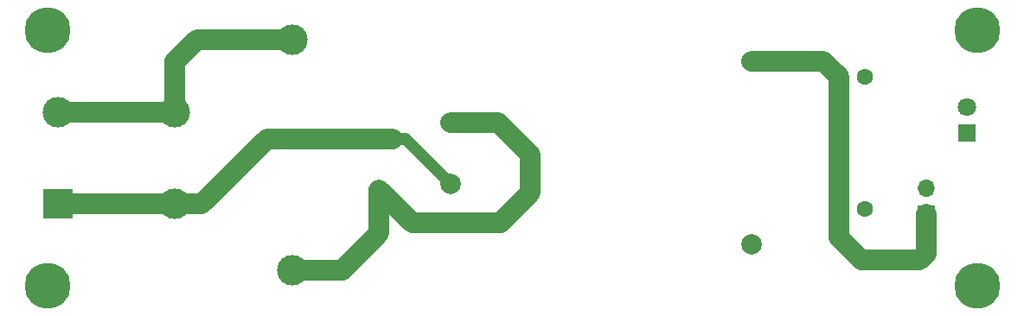
<source format=gbr>
G04 #@! TF.GenerationSoftware,KiCad,Pcbnew,(5.0.1)-3*
G04 #@! TF.CreationDate,2021-02-16T20:13:23+05:45*
G04 #@! TF.ProjectId,Power,506F7765722E6B696361645F70636200,rev?*
G04 #@! TF.SameCoordinates,Original*
G04 #@! TF.FileFunction,Copper,L2,Bot,Signal*
G04 #@! TF.FilePolarity,Positive*
%FSLAX46Y46*%
G04 Gerber Fmt 4.6, Leading zero omitted, Abs format (unit mm)*
G04 Created by KiCad (PCBNEW (5.0.1)-3) date 2/16/2021 8:13:23 PM*
%MOMM*%
%LPD*%
G01*
G04 APERTURE LIST*
G04 #@! TA.AperFunction,WasherPad*
%ADD10C,4.500000*%
G04 #@! TD*
G04 #@! TA.AperFunction,ComponentPad*
%ADD11C,3.000000*%
G04 #@! TD*
G04 #@! TA.AperFunction,ComponentPad*
%ADD12C,1.600000*%
G04 #@! TD*
G04 #@! TA.AperFunction,ComponentPad*
%ADD13R,1.700000X1.700000*%
G04 #@! TD*
G04 #@! TA.AperFunction,ComponentPad*
%ADD14O,1.700000X1.700000*%
G04 #@! TD*
G04 #@! TA.AperFunction,ComponentPad*
%ADD15R,1.600000X1.600000*%
G04 #@! TD*
G04 #@! TA.AperFunction,ComponentPad*
%ADD16R,1.800000X1.800000*%
G04 #@! TD*
G04 #@! TA.AperFunction,ComponentPad*
%ADD17C,1.800000*%
G04 #@! TD*
G04 #@! TA.AperFunction,ComponentPad*
%ADD18R,3.000000X3.000000*%
G04 #@! TD*
G04 #@! TA.AperFunction,ComponentPad*
%ADD19C,2.000000*%
G04 #@! TD*
G04 #@! TA.AperFunction,Conductor*
%ADD20C,2.000000*%
G04 #@! TD*
G04 #@! TA.AperFunction,Conductor*
%ADD21C,1.200000*%
G04 #@! TD*
G04 APERTURE END LIST*
D10*
G04 #@! TO.P,MH2,*
G04 #@! TO.N,*
X148000000Y-68000000D03*
G04 #@! TD*
G04 #@! TO.P,MH2,*
G04 #@! TO.N,*
X239000000Y-68000000D03*
G04 #@! TD*
G04 #@! TO.P,MH2,*
G04 #@! TO.N,*
X239000000Y-43000000D03*
G04 #@! TD*
D11*
G04 #@! TO.P,F1,1*
G04 #@! TO.N,Net-(F1-Pad1)*
X172000000Y-66500000D03*
G04 #@! TO.P,F1,2*
G04 #@! TO.N,Net-(F1-Pad2)*
X172000000Y-43900000D03*
G04 #@! TD*
D12*
G04 #@! TO.P,RV1,1*
G04 #@! TO.N,Net-(F1-Pad1)*
X180480000Y-58590000D03*
G04 #@! TO.P,RV1,2*
G04 #@! TO.N,Net-(J2-Pad1)*
X181780000Y-53590000D03*
G04 #@! TD*
D13*
G04 #@! TO.P,J1,1*
G04 #@! TO.N,5V*
X234000000Y-61000000D03*
D14*
G04 #@! TO.P,J1,2*
G04 #@! TO.N,GND*
X234000000Y-58460000D03*
G04 #@! TD*
D15*
G04 #@! TO.P,C1,1*
G04 #@! TO.N,5V*
X225500000Y-47500000D03*
D12*
G04 #@! TO.P,C1,2*
G04 #@! TO.N,Net-(C1-Pad2)*
X228000000Y-47500000D03*
G04 #@! TD*
G04 #@! TO.P,C2,2*
G04 #@! TO.N,Net-(C1-Pad2)*
X228000000Y-60500000D03*
D15*
G04 #@! TO.P,C2,1*
G04 #@! TO.N,5V*
X225500000Y-60500000D03*
G04 #@! TD*
D16*
G04 #@! TO.P,D1,1*
G04 #@! TO.N,GND*
X238000000Y-53000000D03*
D17*
G04 #@! TO.P,D1,2*
G04 #@! TO.N,Net-(D1-Pad2)*
X238000000Y-50460000D03*
G04 #@! TD*
D18*
G04 #@! TO.P,J2,1*
G04 #@! TO.N,Net-(J2-Pad1)*
X149000000Y-60000000D03*
D11*
G04 #@! TO.P,J2,2*
G04 #@! TO.N,Net-(F1-Pad2)*
X149000000Y-51000000D03*
G04 #@! TO.P,J2,1*
G04 #@! TO.N,Net-(J2-Pad1)*
X160500000Y-60000000D03*
G04 #@! TO.P,J2,2*
G04 #@! TO.N,Net-(F1-Pad2)*
X160500000Y-51000000D03*
G04 #@! TD*
D19*
G04 #@! TO.P,PS1,4*
G04 #@! TO.N,5V*
X216900000Y-46000000D03*
G04 #@! TO.P,PS1,3*
G04 #@! TO.N,Net-(C1-Pad2)*
X216900000Y-64000000D03*
G04 #@! TO.P,PS1,2*
G04 #@! TO.N,Net-(F1-Pad1)*
X187500000Y-52000000D03*
G04 #@! TO.P,PS1,1*
G04 #@! TO.N,Net-(J2-Pad1)*
X187500000Y-58000000D03*
G04 #@! TD*
D10*
G04 #@! TO.P,MH1,*
G04 #@! TO.N,*
X148000000Y-43000000D03*
G04 #@! TD*
D20*
G04 #@! TO.N,Net-(F1-Pad1)*
X172000000Y-66500000D02*
X176880000Y-66500000D01*
X180480000Y-62900000D02*
X180480000Y-58590000D01*
X176880000Y-66500000D02*
X180480000Y-62900000D01*
X180480000Y-58590000D02*
X183730000Y-61840000D01*
X187500000Y-52000000D02*
X192160000Y-52000000D01*
X192160000Y-52000000D02*
X192660000Y-52500000D01*
X195290000Y-55130000D02*
X192660000Y-52500000D01*
X195290000Y-58900000D02*
X195290000Y-55130000D01*
X192350000Y-61840000D02*
X195290000Y-58900000D01*
X183730000Y-61840000D02*
X192350000Y-61840000D01*
G04 #@! TO.N,Net-(F1-Pad2)*
X149000000Y-51000000D02*
X160500000Y-51000000D01*
X162690000Y-43900000D02*
X172000000Y-43900000D01*
X162650000Y-43860000D02*
X162690000Y-43900000D01*
X160500000Y-51000000D02*
X160500000Y-46010000D01*
X160500000Y-46010000D02*
X162650000Y-43860000D01*
G04 #@! TO.N,Net-(J2-Pad1)*
X149000000Y-60000000D02*
X160500000Y-60000000D01*
X160500000Y-60000000D02*
X163080000Y-60000000D01*
X169490000Y-53590000D02*
X181780000Y-53590000D01*
X163080000Y-60000000D02*
X169490000Y-53590000D01*
D21*
X183090000Y-53590000D02*
X187500000Y-58000000D01*
X181780000Y-53590000D02*
X183090000Y-53590000D01*
D20*
G04 #@! TO.N,5V*
X225500000Y-47500000D02*
X225500000Y-60500000D01*
X225300000Y-47300000D02*
X225500000Y-47500000D01*
X225500000Y-63300000D02*
X227700000Y-65500000D01*
X225500000Y-60500000D02*
X225500000Y-63300000D01*
X224000000Y-46000000D02*
X225500000Y-47500000D01*
X216900000Y-46000000D02*
X224000000Y-46000000D01*
X232350000Y-65500000D02*
X231000000Y-65500000D01*
X227700000Y-65500000D02*
X231000000Y-65500000D01*
X231000000Y-65500000D02*
X232150000Y-65500000D01*
X234000000Y-63000000D02*
X234000000Y-64850000D01*
X234000000Y-64850000D02*
X233350000Y-65500000D01*
X233350000Y-65500000D02*
X232150000Y-65500000D01*
X234000000Y-61000000D02*
X234000000Y-63000000D01*
G04 #@! TD*
M02*

</source>
